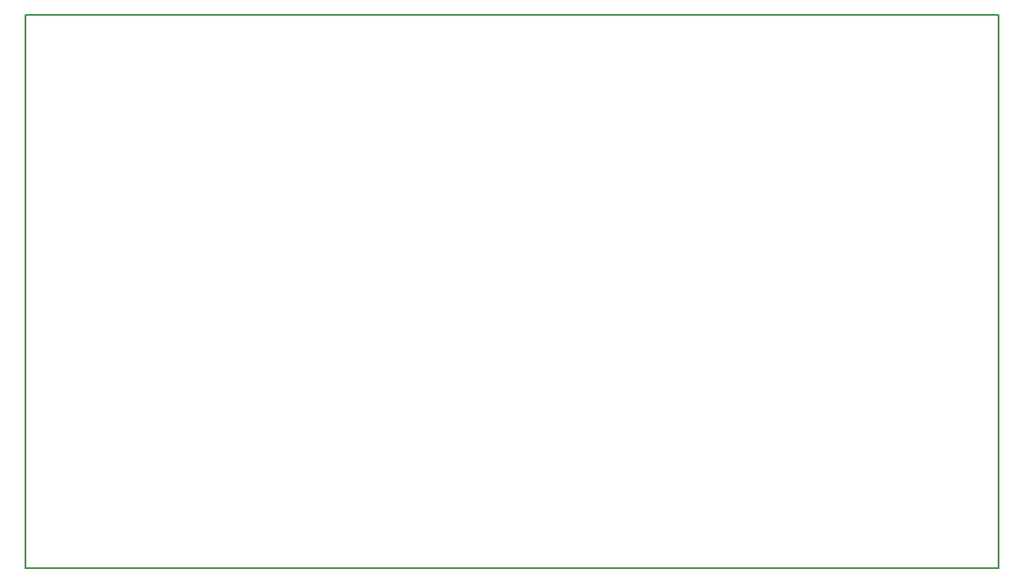
<source format=gbr>
G04 #@! TF.GenerationSoftware,KiCad,Pcbnew,5.0.0*
G04 #@! TF.CreationDate,2018-12-31T10:44:11-05:00*
G04 #@! TF.ProjectId,controller,636F6E74726F6C6C65722E6B69636164,rev?*
G04 #@! TF.SameCoordinates,Original*
G04 #@! TF.FileFunction,Profile,NP*
%FSLAX46Y46*%
G04 Gerber Fmt 4.6, Leading zero omitted, Abs format (unit mm)*
G04 Created by KiCad (PCBNEW 5.0.0) date Mon Dec 31 10:44:11 2018*
%MOMM*%
%LPD*%
G01*
G04 APERTURE LIST*
%ADD10C,0.200000*%
G04 APERTURE END LIST*
D10*
X32260000Y-19840000D02*
X32260000Y-73340000D01*
X126260000Y-19840000D02*
X32260000Y-19840000D01*
X126260000Y-73340000D02*
X126260000Y-19840000D01*
X32260000Y-73340000D02*
X126260000Y-73340000D01*
M02*

</source>
